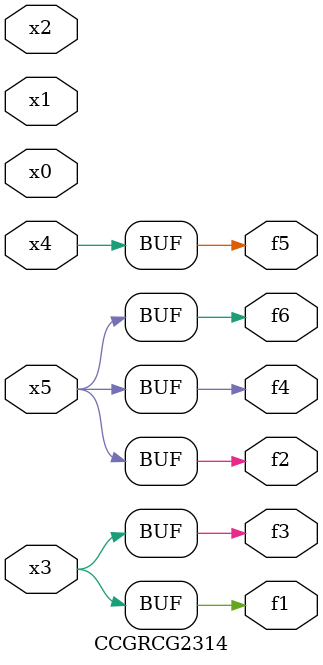
<source format=v>
module CCGRCG2314(
	input x0, x1, x2, x3, x4, x5,
	output f1, f2, f3, f4, f5, f6
);
	assign f1 = x3;
	assign f2 = x5;
	assign f3 = x3;
	assign f4 = x5;
	assign f5 = x4;
	assign f6 = x5;
endmodule

</source>
